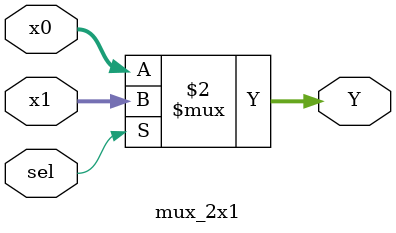
<source format=sv>
module mux_2x1 #(parameter n=8)(
		input sel, 
		input [n-1:0] x0, x1, 
		output reg [n-1:0] Y
	);

	always_comb begin
		Y = sel ? x1 : x0;
	end

endmodule

</source>
